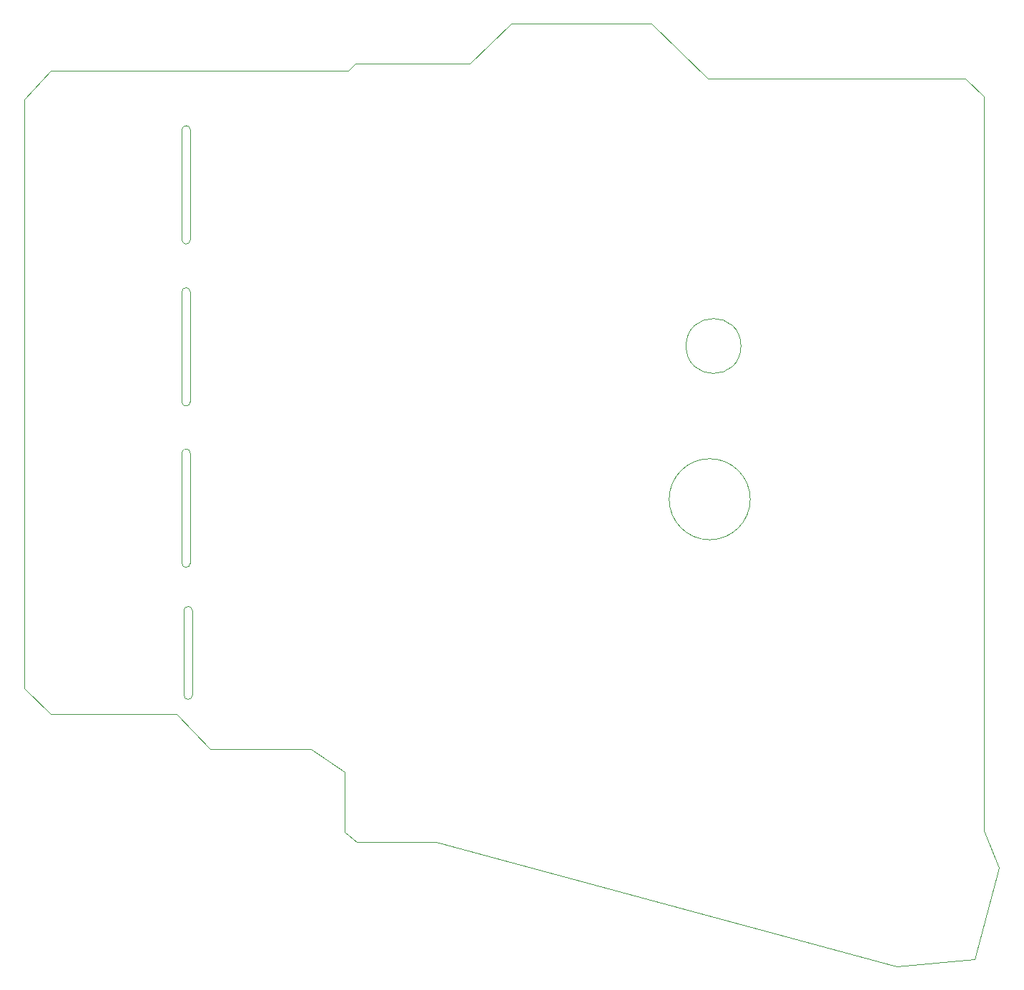
<source format=gbr>
G04 #@! TF.GenerationSoftware,KiCad,Pcbnew,(5.1.4)-1*
G04 #@! TF.CreationDate,2023-09-09T05:25:23-04:00*
G04 #@! TF.ProjectId,ThumbsUp,5468756d-6273-4557-902e-6b696361645f,rev?*
G04 #@! TF.SameCoordinates,Original*
G04 #@! TF.FileFunction,Profile,NP*
%FSLAX46Y46*%
G04 Gerber Fmt 4.6, Leading zero omitted, Abs format (unit mm)*
G04 Created by KiCad (PCBNEW (5.1.4)-1) date 2023-09-09 05:25:23*
%MOMM*%
%LPD*%
G04 APERTURE LIST*
%ADD10C,0.050000*%
G04 APERTURE END LIST*
D10*
X32880000Y-503230000D02*
G75*
G02X33880000Y-503230000I500000J0D01*
G01*
X33880000Y-541520000D02*
X33880000Y-554540000D01*
X32880000Y-541520000D02*
G75*
G02X33880000Y-541520000I500000J0D01*
G01*
X32880000Y-541520000D02*
X32880000Y-554540000D01*
X33880000Y-516240000D02*
G75*
G02X32880000Y-516240000I-500000J0D01*
G01*
X32880000Y-503230000D02*
X32880000Y-516240000D01*
X32880000Y-522420000D02*
X32880000Y-535440000D01*
X33880000Y-522420000D02*
X33880000Y-535440000D01*
X33880000Y-535440000D02*
G75*
G02X32880000Y-535440000I-500000J0D01*
G01*
X32880000Y-522420000D02*
G75*
G02X33880000Y-522420000I500000J0D01*
G01*
X33880000Y-554540000D02*
G75*
G02X32880000Y-554540000I-500000J0D01*
G01*
X33880000Y-503230000D02*
X33880000Y-516240000D01*
X34130000Y-570180000D02*
G75*
G02X33130000Y-570180000I-500000J0D01*
G01*
X33130000Y-560180000D02*
G75*
G02X34130000Y-560180000I500000J0D01*
G01*
X34130000Y-560180000D02*
X34130000Y-570180000D01*
X33130000Y-560180000D02*
X33130000Y-570180000D01*
X14262789Y-569392952D02*
X14262789Y-499642952D01*
X127844797Y-499290158D02*
X127864214Y-586218116D01*
X52162790Y-579292952D02*
X48162789Y-576542952D01*
X19162789Y-572392952D02*
X17362789Y-572392952D01*
X17362790Y-496242952D02*
X19162790Y-496242952D01*
X100180000Y-546980000D02*
G75*
G03X100180000Y-546980000I-4800000J0D01*
G01*
X99080000Y-528830000D02*
G75*
G03X99080000Y-528830000I-3250000J0D01*
G01*
X52162790Y-579292952D02*
X52162789Y-586392952D01*
X62762790Y-587592952D02*
X62962790Y-587592952D01*
X126784192Y-601430399D02*
X117562789Y-602292952D01*
X126784192Y-601430399D02*
X129662325Y-590668599D01*
X36212790Y-576542952D02*
X32262790Y-572392952D01*
X127864214Y-586218116D02*
X129662325Y-590668599D01*
X66962790Y-495392952D02*
X71912789Y-490642952D01*
X53412789Y-495392952D02*
X52562789Y-496242952D01*
X127844797Y-499290158D02*
X125662789Y-497142952D01*
X88462790Y-490642952D02*
X71912789Y-490642952D01*
X32062789Y-572392952D02*
X32262790Y-572392952D01*
X95162790Y-497142952D02*
X125662789Y-497142952D01*
X14262789Y-569392952D02*
X17362789Y-572392952D01*
X88462790Y-490642952D02*
X95162790Y-497142952D01*
X66962790Y-495392952D02*
X53412789Y-495392952D01*
X32062789Y-572392952D02*
X19162789Y-572392952D01*
X36212790Y-576542952D02*
X48162789Y-576542952D01*
X52162789Y-586392952D02*
X53562790Y-587592952D01*
X62762790Y-587592952D02*
X53562790Y-587592952D01*
X17362790Y-496242952D02*
X14262789Y-499642952D01*
X117562789Y-602292952D02*
X62962790Y-587592952D01*
X19162790Y-496242952D02*
X52562789Y-496242952D01*
M02*

</source>
